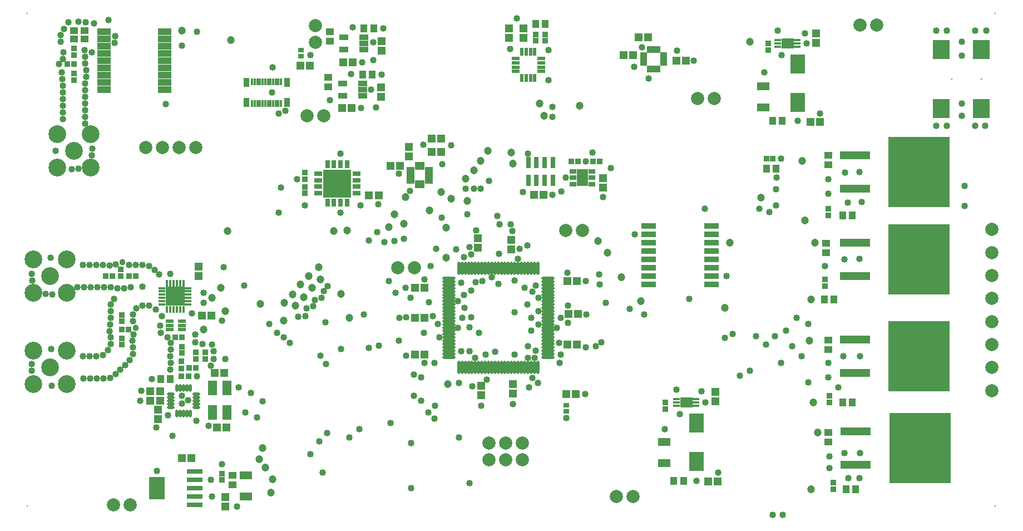
<source format=gts>
%FSTAX24Y24*%
%MOIN*%
%SFA1B1*%

%IPPOS*%
%ADD100R,0.045400X0.049340*%
%ADD101R,0.055240X0.086740*%
%ADD102R,0.047370X0.021780*%
%ADD103R,0.037920X0.036350*%
%ADD104R,0.043430X0.049340*%
%ADD105R,0.049340X0.045400*%
%ADD106O,0.017840X0.045400*%
%ADD107O,0.045400X0.017840*%
%ADD108R,0.033200X0.036350*%
%ADD109R,0.036350X0.033200*%
%ADD110R,0.036350X0.037920*%
%ADD111C,0.047370*%
%ADD112R,0.048950X0.038710*%
%ADD113R,0.096580X0.133980*%
%ADD114R,0.096580X0.031620*%
%ADD115R,0.031620X0.070990*%
%ADD116R,0.114300X0.114300*%
%ADD117R,0.043430X0.017840*%
%ADD118R,0.017840X0.043430*%
%ADD119R,0.072960X0.061150*%
%ADD120R,0.043310X0.017720*%
%ADD121R,0.057210X0.033590*%
%ADD122O,0.078870X0.019810*%
%ADD123O,0.019810X0.078870*%
%ADD124R,0.033590X0.033590*%
%ADD125R,0.049340X0.043430*%
%ADD126R,0.076900X0.051310*%
%ADD127R,0.047370X0.019810*%
%ADD128R,0.019810X0.047370*%
%ADD129R,0.067060X0.102490*%
%ADD130R,0.041500X0.025750*%
%ADD131R,0.165480X0.165480*%
%ADD132R,0.027690X0.049340*%
%ADD133R,0.049340X0.027690*%
%ADD134R,0.078870X0.039500*%
%ADD135R,0.088710X0.033590*%
%ADD136R,0.019810X0.043430*%
%ADD137R,0.043430X0.019810*%
%ADD138R,0.033590X0.033590*%
%ADD139R,0.032410X0.030440*%
%ADD140R,0.090680X0.112330*%
%ADD141R,0.370210X0.421390*%
%ADD142R,0.179260X0.049340*%
%ADD143R,0.035560X0.055240*%
%ADD144R,0.017060X0.044220*%
%ADD145R,0.102490X0.118240*%
%ADD146C,0.106420*%
%ADD147C,0.078870*%
%ADD148C,0.008000*%
%ADD149C,0.038000*%
%ADD150C,0.040000*%
%LNkarmandb-1*%
%LPD*%
G54D100*
X013435Y0062D03*
X012864D03*
X013285Y00945D03*
X012714D03*
X012535Y0129D03*
X011964D03*
X0387Y02955D03*
X038129D03*
X0378Y0285D03*
X037229D03*
X040379Y02815D03*
X04095D03*
X031864Y020131D03*
X032435D03*
X048414Y0245D03*
X048985D03*
X020423Y02805D03*
X020994D03*
X042289Y00295D03*
X04286D03*
X020344Y025324D03*
X020915D03*
X0338Y0082D03*
X03437D03*
X033864Y01115D03*
X034435D03*
X025285Y01055D03*
X024714D03*
X033914Y013D03*
X034485D03*
X033864Y01495D03*
X034435D03*
X025285Y01455D03*
X024714D03*
X025285Y01275D03*
X024714D03*
X017864Y02785D03*
X018435D03*
X023835Y02185D03*
X023264D03*
X025729Y0227D03*
X0263D03*
X025729Y0235D03*
X0263D03*
X021974Y020108D03*
X022545D03*
X011335Y00435D03*
X010764D03*
G54D101*
X013449Y008565D03*
Y007109D03*
X012583D03*
Y008565D03*
G54D102*
X01075Y012561D03*
Y012305D03*
Y01205D03*
X010041Y012561D03*
Y012305D03*
Y01205D03*
G54D103*
X01075Y0116D03*
X010364D03*
X007992Y01525D03*
X007607D03*
X006592D03*
X006207D03*
G54D104*
X010052Y009087D03*
X009481D03*
X03252Y03035D03*
X03195D03*
X050364Y0189D03*
X050935D03*
X049264Y01385D03*
X049835D03*
X050364Y0077D03*
X050935D03*
X050564Y0025D03*
X051135D03*
X021673Y0301D03*
X022244D03*
X046164Y02455D03*
X046735D03*
X021594Y027324D03*
X022165D03*
X04081Y003D03*
X040239D03*
X045789Y0217D03*
X04636D03*
G54D105*
X009466Y008372D03*
Y007802D03*
X008866Y008372D03*
Y007802D03*
X009316Y007272D03*
Y006702D03*
X01175Y015835D03*
Y015264D03*
X03122Y029514D03*
Y030085D03*
X03037Y029514D03*
Y030085D03*
X035993Y021122D03*
Y020552D03*
X04875Y029214D03*
Y029785D03*
X022709Y028764D03*
Y029335D03*
X042725Y007764D03*
Y008335D03*
X02268Y025988D03*
Y026559D03*
X0306Y008785D03*
Y008214D03*
X0287Y008685D03*
Y008114D03*
X0305Y016864D03*
Y017435D03*
X0285Y016964D03*
Y017535D03*
X02435Y022414D03*
Y022985D03*
X01335Y002035D03*
Y001464D03*
G54D106*
X011253Y008555D03*
X010859D03*
X011056D03*
X010662D03*
X011253Y007019D03*
X011056D03*
X010859D03*
X010662D03*
X010465Y008555D03*
Y007019D03*
G54D107*
X011627Y007984D03*
Y007787D03*
Y008181D03*
Y00759D03*
Y007393D03*
X010091D03*
Y00759D03*
Y008181D03*
Y007787D03*
Y007984D03*
G54D108*
X011158Y00925D03*
X010741D03*
X011608Y00975D03*
X011191D03*
X00715Y01205D03*
X007567D03*
X0043Y02795D03*
X003882D03*
G54D109*
X010741Y010158D03*
Y009741D03*
X0071Y01525D03*
Y015667D03*
G54D110*
X01215Y010692D03*
Y010307D03*
X00715Y011157D03*
Y011542D03*
Y012557D03*
Y012942D03*
X0043Y028892D03*
Y028507D03*
Y027392D03*
Y027007D03*
X011608Y010307D03*
Y010692D03*
X01075Y010657D03*
Y011042D03*
X03252Y029357D03*
Y029742D03*
X03197D03*
Y029357D03*
X0459Y029192D03*
Y028807D03*
X01315Y003057D03*
Y003442D03*
X039725Y007692D03*
Y007307D03*
X01811Y021065D03*
Y021451D03*
Y020215D03*
Y020601D03*
G54D111*
X0135Y01795D03*
X0174Y01415D03*
X0346Y025467D03*
X01985Y01795D03*
X04545Y01995D03*
X04885Y005885D03*
X04835Y0114D03*
X0487Y01725D03*
X0208Y01275D03*
X047925Y022175D03*
X0203Y0142D03*
X0161Y0023D03*
X02785Y01975D03*
X0448Y0293D03*
X0263Y0203D03*
X0322Y0256D03*
X03245Y02485D03*
X0131Y01455D03*
X048446Y002503D03*
X01255Y01395D03*
X0486Y007703D03*
X01335Y01315D03*
X04845Y01385D03*
X01205Y01205D03*
X0481Y0186D03*
X0267Y0088D03*
X0162Y0031D03*
X01575Y0038D03*
X0156Y00495D03*
X0433Y01335D03*
X0154Y0043D03*
X0436Y01725D03*
X0291Y02275D03*
X02775Y0211D03*
X01685Y0126D03*
X02865Y02215D03*
X02825Y0216D03*
X01545Y0136D03*
X0137Y0294D03*
X03825Y01375D03*
X01895Y0158D03*
X03625Y01665D03*
X0371Y0152D03*
X0169Y01365D03*
X0357Y01735D03*
X01755Y0135D03*
X02405Y0184D03*
X02316Y0182D03*
X01805Y014D03*
X020658Y018D03*
X01785Y01475D03*
X023482Y01895D03*
X01855Y01455D03*
X01835Y01525D03*
X0305Y02265D03*
X01905Y01505D03*
X0306Y022D03*
X0269Y0199D03*
X02658Y01635D03*
X02415Y02D03*
X01075Y02995D03*
X0256Y0192D03*
X0266Y01815D03*
G54D112*
X00491Y02945D03*
X0043D03*
X00491Y029961D03*
X0043D03*
G54D113*
X009258Y00255D03*
G54D114*
X011541Y00355D03*
Y00305D03*
Y00255D03*
Y00205D03*
Y00155D03*
G54D115*
X031511Y022063D03*
X032004D03*
X032496D03*
X032988D03*
Y021D03*
X032496D03*
X032004D03*
X031511D03*
G54D116*
X01035Y01405D03*
G54D117*
X009572Y013557D03*
Y013754D03*
Y013951D03*
Y014148D03*
Y014345D03*
Y014542D03*
X011127D03*
Y014345D03*
Y014148D03*
Y013951D03*
Y013754D03*
Y013557D03*
G54D118*
X009857Y014827D03*
X010054D03*
X010251D03*
X010448D03*
X010645D03*
X010842D03*
Y013272D03*
X010645D03*
X010448D03*
X010251D03*
X010054D03*
X009857D03*
G54D119*
X04705Y0292D03*
X040975Y0077D03*
G54D120*
X046461Y029396D03*
Y0292D03*
Y029003D03*
X047638Y029396D03*
Y0292D03*
Y029003D03*
X040386Y007896D03*
Y0077D03*
Y007503D03*
X041563Y007896D03*
Y0077D03*
Y007503D03*
G54D121*
X021659Y028826D03*
Y0292D03*
Y029574D03*
X020458D03*
Y028826D03*
X02158Y02605D03*
Y026424D03*
Y026798D03*
X020379D03*
Y02605D03*
G54D122*
X032687Y010402D03*
Y010599D03*
Y010796D03*
Y010992D03*
Y011189D03*
Y011386D03*
Y011583D03*
Y01178D03*
Y011977D03*
Y012174D03*
Y01237D03*
Y012567D03*
Y012764D03*
Y012961D03*
Y013158D03*
Y013355D03*
Y013552D03*
Y013748D03*
Y013945D03*
Y014142D03*
Y014339D03*
Y014536D03*
Y014733D03*
Y014929D03*
Y015126D03*
X026742D03*
Y014929D03*
Y014733D03*
Y014536D03*
Y014339D03*
Y014142D03*
Y013945D03*
Y013748D03*
Y013552D03*
Y013355D03*
Y013158D03*
Y012961D03*
Y012764D03*
Y012567D03*
Y01237D03*
Y012174D03*
Y011977D03*
Y01178D03*
Y011583D03*
Y011386D03*
Y011189D03*
Y010992D03*
Y010796D03*
Y010599D03*
Y010402D03*
G54D123*
X032076Y015737D03*
X031879D03*
X031683D03*
X031486D03*
X031289D03*
X031092D03*
X030895D03*
X030698D03*
X030502D03*
X030305D03*
X030108D03*
X029911D03*
X029714D03*
X029517D03*
X02932D03*
X029124D03*
X028927D03*
X02873D03*
X028533D03*
X028336D03*
X028139D03*
X027942D03*
X027746D03*
X027549D03*
X027352D03*
Y009792D03*
X027549D03*
X027746D03*
X027942D03*
X028139D03*
X028336D03*
X028533D03*
X02873D03*
X028927D03*
X029124D03*
X02932D03*
X029517D03*
X029714D03*
X029911D03*
X030108D03*
X030305D03*
X030502D03*
X030698D03*
X030895D03*
X031092D03*
X031289D03*
X031486D03*
X031683D03*
X031879D03*
X032076D03*
G54D124*
X034096Y022137D03*
X03449D03*
X035396D03*
X03579D03*
X046172Y0223D03*
X045778D03*
G54D125*
X0138Y003335D03*
Y002764D03*
X0495Y005314D03*
Y005885D03*
Y010864D03*
Y011435D03*
X04935Y016664D03*
Y017235D03*
X0495Y021914D03*
Y022485D03*
X01953Y026588D03*
Y027159D03*
X019609Y029314D03*
Y029885D03*
G54D126*
X0146Y00206D03*
Y003339D03*
X0456Y026639D03*
Y02536D03*
X03965Y005339D03*
Y00406D03*
G54D127*
X024456Y021693D03*
Y021496D03*
Y0213D03*
Y021103D03*
Y020906D03*
X025558D03*
Y021103D03*
Y0213D03*
Y021496D03*
Y021693D03*
X032298Y028283D03*
Y028028D03*
Y027772D03*
Y027516D03*
X030743D03*
Y027772D03*
Y028028D03*
Y028283D03*
G54D128*
X02481Y020748D03*
X025007D03*
X025204D03*
Y021851D03*
X025007D03*
X02481D03*
X031137Y028677D03*
X031392D03*
X031648D03*
X031904D03*
Y027122D03*
X031648D03*
X031392D03*
X031137D03*
G54D129*
X034764Y021143D03*
G54D130*
X035335Y02075D03*
Y021143D03*
Y021537D03*
X034193Y02075D03*
Y021143D03*
Y021537D03*
G54D131*
X020067Y020808D03*
G54D132*
X019477Y02195D03*
X01987D03*
X020264D03*
X020658D03*
Y019666D03*
X020264D03*
X01987D03*
X019477D03*
G54D133*
X021209Y021399D03*
Y021005D03*
Y020611D03*
Y020218D03*
X018926D03*
Y020611D03*
Y021005D03*
Y021399D03*
G54D134*
X0061Y026417D03*
Y02685D03*
Y027283D03*
Y027716D03*
Y02815D03*
Y028583D03*
Y029016D03*
Y029449D03*
Y029882D03*
X009722D03*
Y029449D03*
Y029016D03*
Y028583D03*
Y02815D03*
Y027716D03*
Y027283D03*
Y02685D03*
Y026417D03*
G54D135*
X03874Y01825D03*
Y01775D03*
Y01725D03*
Y01675D03*
Y01625D03*
Y01575D03*
Y01525D03*
Y01475D03*
X0425Y01825D03*
Y01775D03*
Y01725D03*
Y01675D03*
Y01625D03*
Y01575D03*
Y01525D03*
Y01475D03*
G54D136*
X039324Y027659D03*
X039127D03*
X03893D03*
X038733D03*
Y02884D03*
X03893D03*
X039127D03*
X039324D03*
G54D137*
X038438Y027954D03*
Y028151D03*
Y028348D03*
Y028545D03*
X039619D03*
Y028348D03*
Y028151D03*
Y027954D03*
G54D138*
X0498Y002896D03*
Y002503D03*
X04955Y008096D03*
Y007703D03*
X0493Y015046D03*
Y014653D03*
X0495Y019296D03*
Y018903D03*
G54D139*
X0179Y028785D03*
Y028415D03*
X033785Y007165D03*
Y007535D03*
G54D140*
X041575Y004148D03*
Y006451D03*
X04765Y025648D03*
Y027951D03*
G54D141*
X054987Y00495D03*
X054937Y01045D03*
Y01625D03*
Y0215D03*
G54D142*
X051128Y00395D03*
Y00595D03*
X051078Y00945D03*
Y01145D03*
Y01525D03*
Y01725D03*
Y0205D03*
Y0225D03*
G54D143*
X01461Y025663D03*
X017051D03*
Y026844D03*
X01461D03*
G54D144*
X015909Y025608D03*
X016067D03*
X016382D03*
X016224D03*
X016697D03*
X016539D03*
X015594D03*
X015752D03*
X015279D03*
X015437D03*
X015122D03*
X014965D03*
Y0269D03*
X015122D03*
X015437D03*
X015279D03*
X015752D03*
X015594D03*
X016539D03*
X016697D03*
X016224D03*
X016382D03*
X016067D03*
X015909D03*
G54D145*
X056248Y028821D03*
X05865D03*
X056248Y025278D03*
X05865D03*
G54D146*
X00185Y0088D03*
Y0108D03*
X00385D03*
Y0088D03*
X00285Y0098D03*
X0033Y02375D03*
X0053D03*
Y02175D03*
X0033D03*
X0043Y02275D03*
X00185Y01625D03*
X00385D03*
Y01425D03*
X00185D03*
X00285Y01525D03*
G54D147*
X0524Y0303D03*
X0514D03*
X01925Y02485D03*
X01825D03*
X01875Y03025D03*
Y02925D03*
X00765Y00155D03*
X00665D03*
X04265Y0259D03*
X04165D03*
X0378Y00205D03*
X0368D03*
X02915Y00425D03*
X03015D03*
X03115D03*
Y00525D03*
X03015D03*
X02915D03*
X0237Y01575D03*
X0247D03*
X03475Y018D03*
X03375D03*
X0116Y02295D03*
X0106D03*
X0096D03*
X0086D03*
X0593Y018045D03*
Y016667D03*
Y015289D03*
Y013911D03*
Y012533D03*
Y011155D03*
Y0084D03*
Y009778D03*
G54D148*
X056878Y02705D03*
X05865D03*
X0595Y0015D03*
Y031D03*
X0015D03*
Y0015D03*
G54D149*
X008Y01215D03*
X0072Y0161D03*
G54D150*
X028Y01075D03*
X02375Y0114D03*
X0238Y01275D03*
X02525Y01185D03*
X02631Y01876D03*
X02767Y01413D03*
X0277Y013372D03*
X01935Y0125D03*
X02755Y01275D03*
X0258Y01285D03*
X026187Y011583D03*
X01645Y01185D03*
X01685Y0116D03*
X01723Y01125D03*
X02195Y01095D03*
X0203Y0109D03*
X02255Y0111D03*
X027296Y012174D03*
X028Y0122D03*
X0242Y0128D03*
X01815Y01285D03*
X018227Y013327D03*
X017718Y012818D03*
X018621Y013456D03*
X0162Y02775D03*
X0463Y01165D03*
X04665Y01005D03*
X04733Y01105D03*
X0284Y018D03*
X0315Y0226D03*
X03345Y01275D03*
X02903Y00906D03*
X0307Y015D03*
X02837Y014893D03*
X031289Y014572D03*
X02765Y0164D03*
X02565Y01585D03*
X02589Y00674D03*
X02593Y00748D03*
X0245Y00525D03*
X02555Y0137D03*
X02317Y01497D03*
X0253Y01505D03*
X02355Y01425D03*
X02445Y01395D03*
X0195Y01465D03*
X019116Y013965D03*
X0261Y0124D03*
X0281Y0144D03*
X02855Y01185D03*
X03155Y0086D03*
X032076Y008851D03*
X0442Y0093D03*
X0339Y0135D03*
X0317Y012D03*
X035Y01295D03*
X03335Y01125D03*
X0359Y0113D03*
X033241Y012174D03*
X0339Y01245D03*
X03615Y013662D03*
X02165Y01295D03*
X018736Y013836D03*
X0242Y0105D03*
X0259Y01005D03*
X02895Y01055D03*
X0275Y01075D03*
X01315Y0126D03*
X011346Y01303D03*
X01205Y01365D03*
Y01425D03*
X01005Y0154D03*
X0099Y0116D03*
X008396Y014622D03*
X011616Y006583D03*
X01235Y0063D03*
X0317Y01275D03*
X019Y00535D03*
X01905Y0105D03*
X01945Y00585D03*
X0194Y01D03*
X03145Y01355D03*
X032132Y013158D03*
X03555Y01105D03*
X025529Y0071D03*
X03295Y0248D03*
X01525Y0068D03*
X0156Y00775D03*
X0149Y00825D03*
X01455Y0071D03*
X0208Y0056D03*
X033785Y00675D03*
X03175Y00915D03*
X0334Y01005D03*
X03345Y010544D03*
X0379Y01775D03*
X05135Y00315D03*
X0507D03*
X04955Y00375D03*
Y00445D03*
X05045Y00465D03*
X0514D03*
X0501Y0086D03*
X0495Y0092D03*
Y01005D03*
X0504Y01045D03*
X0514D03*
X0493Y01585D03*
X05135Y0163D03*
X05045Y01625D03*
X05135Y0215D03*
X0505Y02145D03*
X0495Y0202D03*
Y02105D03*
X05065Y01965D03*
X0515Y0197D03*
X0589Y02425D03*
X0583D03*
X05595D03*
X0566D03*
X0575Y0256D03*
Y02485D03*
Y0293D03*
Y02845D03*
X05595Y02995D03*
X0566D03*
X0583D03*
X05895D03*
X05765Y01945D03*
Y02065D03*
X04635Y0195D03*
Y02045D03*
X02444Y02037D03*
X0102Y0057D03*
X027352Y008851D03*
X01315Y004D03*
X028336Y010346D03*
X0251Y0078D03*
Y0092D03*
X02195Y0174D03*
X0229Y0173D03*
X02245Y0179D03*
X02325Y00645D03*
X0214Y0061D03*
X023482Y01735D03*
X02965Y01885D03*
X02865Y0205D03*
X02825D03*
X02785Y01895D03*
X0315Y01105D03*
X009216Y006187D03*
X008266Y007787D03*
X008316Y008387D03*
X008966Y009087D03*
X011116Y007837D03*
X010766Y008087D03*
Y007637D03*
X009916Y006937D03*
X0476Y01275D03*
X0479Y01045D03*
X0483Y0124D03*
Y0089D03*
X0448Y0096D03*
X02735Y0056D03*
X021Y030156D03*
X0209Y027356D03*
X0287Y0075D03*
X03055Y01795D03*
X02465Y0081D03*
Y00935D03*
X02775Y0205D03*
X032132Y013945D03*
X031746Y014339D03*
X0298Y01835D03*
X03045D03*
X02975Y0166D03*
X0307Y0131D03*
X02415Y01455D03*
X0275Y01485D03*
X02273Y027324D03*
X03145Y0171D03*
X030895Y016291D03*
X04375Y0118D03*
X04665Y0223D03*
X02932Y015182D03*
X04645Y02995D03*
X0434Y01525D03*
X035343Y02265D03*
X00635Y0306D03*
X0098Y02555D03*
X01075Y02905D03*
X01405Y001464D03*
X00925Y0036D03*
X0125Y00305D03*
X01255Y00205D03*
X034935Y0082D03*
X034943Y022137D03*
X03295Y020131D03*
X0312Y020281D03*
X0335Y020331D03*
X030835Y0307D03*
X032735Y027D03*
X036443Y021737D03*
X038314Y02895D03*
X02251Y019558D03*
X02026Y022608D03*
X02875Y01495D03*
X03195Y0147D03*
X0307Y01055D03*
X0306Y0076D03*
X03495Y01495D03*
Y011D03*
X02375Y0214D03*
X01811Y019508D03*
X035993Y019987D03*
X02635Y02195D03*
X02524Y02311D03*
X030435Y02885D03*
X02027Y019048D03*
X01766Y021058D03*
X02146Y019508D03*
X03195Y0108D03*
X0253Y01005D03*
X031Y0169D03*
X03385Y01545D03*
X02815Y00865D03*
X040414Y02875D03*
X041414Y02815D03*
X033743Y021143D03*
X032735Y0288D03*
X038714Y0271D03*
X037864Y0278D03*
X0269Y0231D03*
X0482Y0292D03*
X04765Y02455D03*
X0467Y0285D03*
X041575Y003D03*
X040375Y00845D03*
X040575Y007D03*
X041875Y00835D03*
X042125Y0077D03*
X042875Y0035D03*
X049Y025D03*
X04565Y027445D03*
X039675Y0061D03*
X0224Y02535D03*
X019627Y025788D03*
X02148Y025324D03*
X021559Y02805D03*
X022226Y029268D03*
X02208Y026424D03*
X022209Y0282D03*
X022809Y0301D03*
X0464Y02115D03*
X029714Y014796D03*
X031486Y010346D03*
X029517Y010732D03*
X032132Y01237D03*
X031879Y010346D03*
X0481Y0298D03*
X02405Y0175D03*
X04615Y00095D03*
X04675D03*
X0281Y0128D03*
X027296Y013748D03*
X019245Y014345D03*
X01655Y01905D03*
X0167Y02055D03*
X0272Y01685D03*
X0281Y01655D03*
X028Y017D03*
X026Y0169D03*
X01615Y02625D03*
X016Y0124D03*
X01325Y0158D03*
X0145Y0147D03*
X0433Y01155D03*
X04695Y012D03*
X03575Y01535D03*
X02915Y02095D03*
X0358Y01475D03*
X01165Y0299D03*
X01845Y0285D03*
X01655Y025D03*
X01695Y02515D03*
X04515Y01165D03*
X04575Y01115D03*
X04535Y0193D03*
X04595Y0191D03*
X03295Y0254D03*
X0092Y01325D03*
X01335Y0103D03*
X01415Y0086D03*
X04115Y0139D03*
X0421Y0193D03*
X006745Y029628D03*
X006732Y029228D03*
X004915Y028776D03*
X004972Y02838D03*
Y02798D03*
X00504Y027586D03*
X005039Y027186D03*
X004972Y026791D03*
Y026391D03*
Y025991D03*
Y025591D03*
Y025191D03*
Y024791D03*
Y024391D03*
X005383Y022906D03*
X005371Y022507D03*
X004568Y021686D03*
X004169Y021662D03*
X003202Y022767D03*
X003627Y024675D03*
Y025075D03*
Y025475D03*
Y025875D03*
Y026275D03*
Y026675D03*
X003582Y027073D03*
X003555Y027472D03*
X003627Y028265D03*
X003648Y028665D03*
X0034Y02795D03*
X003492Y029302D03*
X003502Y029702D03*
X003696Y030052D03*
X0055Y0304D03*
X005Y03045D03*
X00455Y0305D03*
X00395Y03045D03*
X002908Y016344D03*
X004814Y015922D03*
X005214D03*
X005614D03*
X006014D03*
X006413Y015895D03*
X006808Y015957D03*
X007604Y015922D03*
X008004Y015921D03*
X008404Y015922D03*
X008801Y015873D03*
X009119Y015631D03*
X009402Y015348D03*
X007675Y014584D03*
X007279Y014524D03*
X006879Y014528D03*
X006484Y014588D03*
X006084Y014577D03*
X005684D03*
X005284D03*
X004884D03*
X004484D03*
X002995Y014164D03*
X002596Y014181D03*
X001783Y014991D03*
X001764Y015391D03*
X008786Y013477D03*
X008386D03*
X008019Y013318D03*
X007822Y01297D03*
X007821Y01257D03*
X007862Y011774D03*
X0078Y011379D03*
X007822Y01098D03*
X00781Y01058D03*
X007626Y010225D03*
X007343Y009942D03*
X00706Y009659D03*
X006778Y009376D03*
X006442Y009158D03*
X006043Y009127D03*
X005643D03*
X005243D03*
X004843D03*
X002942Y008707D03*
X001772Y009594D03*
X001771Y009994D03*
X002931Y010893D03*
X004834Y010472D03*
X005234D03*
X005634D03*
X006029Y010531D03*
X006312Y010813D03*
X006479Y011177D03*
X006477Y011577D03*
X006421Y011973D03*
X006451Y012372D03*
X006503Y012768D03*
X006477Y013168D03*
X006501Y013567D03*
X006708Y013909D03*
X00955Y01285D03*
X00945Y0123D03*
X0095Y01185D03*
X01155Y01175D03*
Y0113D03*
X01165Y00925D03*
X010065Y009663D03*
X010078Y010063D03*
X010068Y010463D03*
X010105Y010861D03*
X010077Y01126D03*
X012Y0112D03*
X01255Y01115D03*
X01265Y01075D03*
Y0103D03*
X0125Y0099D03*
X00535Y02865D03*
X03845Y01295D03*
X0376Y0133D03*
X0245Y00255D03*
X01845Y0046D03*
X0192Y0035D03*
X028Y00285D03*
M02*
</source>
